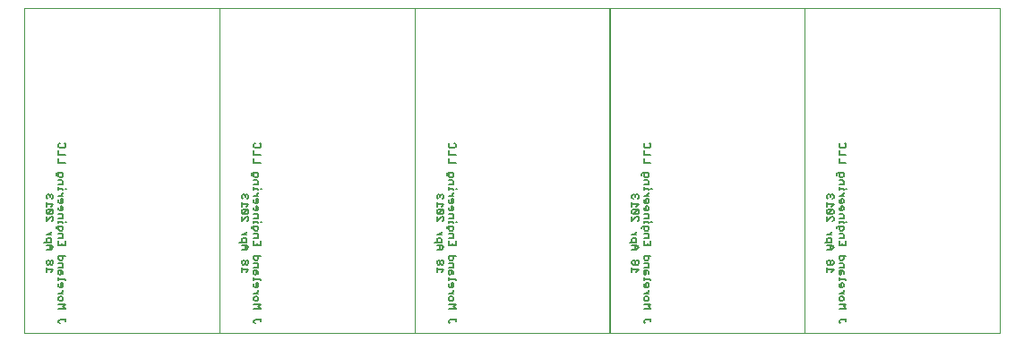
<source format=gbo>
G75*
G70*
%OFA0B0*%
%FSLAX25Y25*%
%IPPOS*%
%LPD*%
%AMOC8*
5,1,8,0,0,1.08239X$1,22.5*
%
%ADD28C,0.00500*%
%ADD43C,0.00000*%
X0010000Y0010000D02*
G75*
%LPD*%
D43*
X0010000Y0010000D02*
X0010000Y0131000D01*
X0082500Y0131000D01*
X0082500Y0010000D01*
X0010000Y0010000D01*
D28*
X0022750Y0014000D02*
X0022750Y0014410D01*
X0023170Y0014830D01*
X0025250Y0014830D01*
X0025250Y0014410D02*
X0025250Y0015250D01*
X0023170Y0013580D02*
X0022750Y0014000D01*
X0022750Y0019110D02*
X0025250Y0019110D01*
X0024420Y0019940D01*
X0025250Y0020770D01*
X0022750Y0020770D01*
X0023170Y0021870D02*
X0022750Y0022280D01*
X0022750Y0023120D01*
X0023170Y0023540D01*
X0024000Y0023540D01*
X0024420Y0023120D01*
X0024420Y0022280D01*
X0024000Y0021870D01*
X0023170Y0021870D01*
X0023580Y0024630D02*
X0024420Y0025460D01*
X0024420Y0025880D01*
X0024000Y0026930D02*
X0023170Y0026930D01*
X0022750Y0027350D01*
X0022750Y0028180D01*
X0023580Y0028600D02*
X0023580Y0026930D01*
X0024000Y0026930D02*
X0024420Y0027350D01*
X0024420Y0028180D01*
X0024000Y0028600D01*
X0023580Y0028600D01*
X0022750Y0029690D02*
X0022750Y0030530D01*
X0022750Y0030110D02*
X0025250Y0030110D01*
X0025250Y0029690D01*
X0024420Y0031950D02*
X0024420Y0032790D01*
X0024000Y0033200D01*
X0022750Y0033200D01*
X0022750Y0031950D01*
X0023170Y0031540D01*
X0023580Y0031950D01*
X0023580Y0033200D01*
X0022750Y0034300D02*
X0024420Y0034300D01*
X0024420Y0035550D01*
X0024000Y0035970D01*
X0022750Y0035970D01*
X0023170Y0037060D02*
X0024000Y0037060D01*
X0024420Y0037480D01*
X0024420Y0038730D01*
X0025250Y0038730D02*
X0022750Y0038730D01*
X0022750Y0037480D01*
X0023170Y0037060D01*
X0020750Y0036700D02*
X0020340Y0037120D01*
X0019920Y0037120D01*
X0019500Y0036700D01*
X0019500Y0035870D01*
X0019920Y0035450D01*
X0020340Y0035450D01*
X0020750Y0035870D01*
X0020750Y0036700D01*
X0019500Y0036700D02*
X0019080Y0037120D01*
X0018670Y0037120D01*
X0018250Y0036700D01*
X0018250Y0035870D01*
X0018670Y0035450D01*
X0019080Y0035450D01*
X0019500Y0035870D01*
X0018250Y0034360D02*
X0018250Y0032690D01*
X0018250Y0033520D02*
X0020750Y0033520D01*
X0019920Y0032690D01*
X0019920Y0040970D02*
X0018250Y0040970D01*
X0019500Y0040970D02*
X0019500Y0042640D01*
X0019920Y0042640D02*
X0020750Y0041810D01*
X0019920Y0040970D01*
X0019920Y0042640D02*
X0018250Y0042640D01*
X0018250Y0043740D02*
X0018250Y0044990D01*
X0018670Y0045400D01*
X0019500Y0045400D01*
X0019920Y0044990D01*
X0019920Y0043740D01*
X0017420Y0043740D01*
X0018250Y0046500D02*
X0019920Y0046500D01*
X0019920Y0047330D02*
X0019920Y0047750D01*
X0019920Y0047330D02*
X0019080Y0046500D01*
X0021920Y0048940D02*
X0021920Y0049360D01*
X0022330Y0049780D01*
X0024420Y0049780D01*
X0024420Y0048530D01*
X0024000Y0048110D01*
X0023170Y0048110D01*
X0022750Y0048530D01*
X0022750Y0049780D01*
X0022750Y0050870D02*
X0022750Y0051710D01*
X0022750Y0051290D02*
X0024420Y0051290D01*
X0024420Y0050870D01*
X0025250Y0051290D02*
X0025670Y0051290D01*
X0024420Y0052710D02*
X0024420Y0053970D01*
X0024000Y0054380D01*
X0022750Y0054380D01*
X0023170Y0055480D02*
X0024000Y0055480D01*
X0024420Y0055890D01*
X0024420Y0056730D01*
X0024000Y0057140D01*
X0023580Y0057140D01*
X0023580Y0055480D01*
X0023170Y0055480D02*
X0022750Y0055890D01*
X0022750Y0056730D01*
X0023170Y0058240D02*
X0024000Y0058240D01*
X0024420Y0058660D01*
X0024420Y0059490D01*
X0024000Y0059910D01*
X0023580Y0059910D01*
X0023580Y0058240D01*
X0023170Y0058240D02*
X0022750Y0058660D01*
X0022750Y0059490D01*
X0022750Y0061000D02*
X0024420Y0061000D01*
X0024420Y0061840D02*
X0024420Y0062250D01*
X0024420Y0061840D02*
X0023580Y0061000D01*
X0022750Y0063300D02*
X0022750Y0064140D01*
X0022750Y0063720D02*
X0024420Y0063720D01*
X0024420Y0063300D01*
X0025250Y0063720D02*
X0025670Y0063720D01*
X0024420Y0065140D02*
X0024420Y0066400D01*
X0024000Y0066810D01*
X0022750Y0066810D01*
X0023170Y0067910D02*
X0022750Y0068320D01*
X0022750Y0069580D01*
X0022330Y0069580D02*
X0024420Y0069580D01*
X0024420Y0068320D01*
X0024000Y0067910D01*
X0023170Y0067910D01*
X0021920Y0068740D02*
X0021920Y0069160D01*
X0022330Y0069580D01*
X0022750Y0073430D02*
X0022750Y0075100D01*
X0022750Y0076190D02*
X0022750Y0077860D01*
X0023170Y0078960D02*
X0022750Y0079370D01*
X0022750Y0080210D01*
X0023170Y0080620D01*
X0023170Y0078960D02*
X0024840Y0078960D01*
X0025250Y0079370D01*
X0025250Y0080210D01*
X0024840Y0080620D01*
X0025250Y0076190D02*
X0022750Y0076190D01*
X0022750Y0073430D02*
X0025250Y0073430D01*
X0024420Y0065140D02*
X0022750Y0065140D01*
X0020340Y0061520D02*
X0019920Y0061520D01*
X0019500Y0061100D01*
X0019080Y0061520D01*
X0018670Y0061520D01*
X0018250Y0061100D01*
X0018250Y0060270D01*
X0018670Y0059850D01*
X0018250Y0058760D02*
X0018250Y0057090D01*
X0018250Y0057920D02*
X0020750Y0057920D01*
X0019920Y0057090D01*
X0020340Y0055990D02*
X0018670Y0055990D01*
X0018250Y0055580D01*
X0018250Y0054740D01*
X0018670Y0054330D01*
X0020340Y0055990D01*
X0020750Y0055580D01*
X0020750Y0054740D01*
X0020340Y0054330D01*
X0018670Y0054330D01*
X0018250Y0053230D02*
X0018250Y0051560D01*
X0019920Y0053230D01*
X0020340Y0053230D01*
X0020750Y0052810D01*
X0020750Y0051980D01*
X0020340Y0051560D01*
X0022750Y0052710D02*
X0024420Y0052710D01*
X0024000Y0047020D02*
X0022750Y0047020D01*
X0024000Y0047020D02*
X0024420Y0046600D01*
X0024420Y0045350D01*
X0022750Y0045350D01*
X0022750Y0044250D02*
X0022750Y0042590D01*
X0025250Y0042590D01*
X0025250Y0044250D01*
X0024000Y0043420D02*
X0024000Y0042590D01*
X0020340Y0059850D02*
X0020750Y0060270D01*
X0020750Y0061100D01*
X0020340Y0061520D01*
X0019500Y0061100D02*
X0019500Y0060680D01*
X0022750Y0024630D02*
X0024420Y0024630D01*
X0082600Y0010000D02*
G75*
%LPD*%
D43*
X0082600Y0010000D02*
X0082600Y0131000D01*
X0155100Y0131000D01*
X0155100Y0010000D01*
X0082600Y0010000D01*
D28*
X0095350Y0014000D02*
X0095350Y0014410D01*
X0095770Y0014830D01*
X0097850Y0014830D01*
X0097850Y0014410D02*
X0097850Y0015250D01*
X0095770Y0013580D02*
X0095350Y0014000D01*
X0095350Y0019110D02*
X0097850Y0019110D01*
X0097020Y0019940D01*
X0097850Y0020770D01*
X0095350Y0020770D01*
X0095770Y0021870D02*
X0095350Y0022280D01*
X0095350Y0023120D01*
X0095770Y0023540D01*
X0096600Y0023540D01*
X0097020Y0023120D01*
X0097020Y0022280D01*
X0096600Y0021870D01*
X0095770Y0021870D01*
X0096180Y0024630D02*
X0097020Y0025460D01*
X0097020Y0025880D01*
X0096600Y0026930D02*
X0095770Y0026930D01*
X0095350Y0027350D01*
X0095350Y0028180D01*
X0096180Y0028600D02*
X0096180Y0026930D01*
X0096600Y0026930D02*
X0097020Y0027350D01*
X0097020Y0028180D01*
X0096600Y0028600D01*
X0096180Y0028600D01*
X0095350Y0029690D02*
X0095350Y0030530D01*
X0095350Y0030110D02*
X0097850Y0030110D01*
X0097850Y0029690D01*
X0097020Y0031950D02*
X0097020Y0032790D01*
X0096600Y0033200D01*
X0095350Y0033200D01*
X0095350Y0031950D01*
X0095770Y0031540D01*
X0096180Y0031950D01*
X0096180Y0033200D01*
X0095350Y0034300D02*
X0097020Y0034300D01*
X0097020Y0035550D01*
X0096600Y0035970D01*
X0095350Y0035970D01*
X0095770Y0037060D02*
X0096600Y0037060D01*
X0097020Y0037480D01*
X0097020Y0038730D01*
X0097850Y0038730D02*
X0095350Y0038730D01*
X0095350Y0037480D01*
X0095770Y0037060D01*
X0093350Y0036700D02*
X0092940Y0037120D01*
X0092520Y0037120D01*
X0092100Y0036700D01*
X0092100Y0035870D01*
X0092520Y0035450D01*
X0092940Y0035450D01*
X0093350Y0035870D01*
X0093350Y0036700D01*
X0092100Y0036700D02*
X0091680Y0037120D01*
X0091270Y0037120D01*
X0090850Y0036700D01*
X0090850Y0035870D01*
X0091270Y0035450D01*
X0091680Y0035450D01*
X0092100Y0035870D01*
X0090850Y0034360D02*
X0090850Y0032690D01*
X0090850Y0033520D02*
X0093350Y0033520D01*
X0092520Y0032690D01*
X0092520Y0040970D02*
X0090850Y0040970D01*
X0092100Y0040970D02*
X0092100Y0042640D01*
X0092520Y0042640D02*
X0093350Y0041810D01*
X0092520Y0040970D01*
X0092520Y0042640D02*
X0090850Y0042640D01*
X0090850Y0043740D02*
X0090850Y0044990D01*
X0091270Y0045400D01*
X0092100Y0045400D01*
X0092520Y0044990D01*
X0092520Y0043740D01*
X0090020Y0043740D01*
X0090850Y0046500D02*
X0092520Y0046500D01*
X0092520Y0047330D02*
X0092520Y0047750D01*
X0092520Y0047330D02*
X0091680Y0046500D01*
X0094520Y0048940D02*
X0094520Y0049360D01*
X0094930Y0049780D01*
X0097020Y0049780D01*
X0097020Y0048530D01*
X0096600Y0048110D01*
X0095770Y0048110D01*
X0095350Y0048530D01*
X0095350Y0049780D01*
X0095350Y0050870D02*
X0095350Y0051710D01*
X0095350Y0051290D02*
X0097020Y0051290D01*
X0097020Y0050870D01*
X0097850Y0051290D02*
X0098270Y0051290D01*
X0097020Y0052710D02*
X0097020Y0053970D01*
X0096600Y0054380D01*
X0095350Y0054380D01*
X0095770Y0055480D02*
X0096600Y0055480D01*
X0097020Y0055890D01*
X0097020Y0056730D01*
X0096600Y0057140D01*
X0096180Y0057140D01*
X0096180Y0055480D01*
X0095770Y0055480D02*
X0095350Y0055890D01*
X0095350Y0056730D01*
X0095770Y0058240D02*
X0096600Y0058240D01*
X0097020Y0058660D01*
X0097020Y0059490D01*
X0096600Y0059910D01*
X0096180Y0059910D01*
X0096180Y0058240D01*
X0095770Y0058240D02*
X0095350Y0058660D01*
X0095350Y0059490D01*
X0095350Y0061000D02*
X0097020Y0061000D01*
X0097020Y0061840D02*
X0097020Y0062250D01*
X0097020Y0061840D02*
X0096180Y0061000D01*
X0095350Y0063300D02*
X0095350Y0064140D01*
X0095350Y0063720D02*
X0097020Y0063720D01*
X0097020Y0063300D01*
X0097850Y0063720D02*
X0098270Y0063720D01*
X0097020Y0065140D02*
X0097020Y0066400D01*
X0096600Y0066810D01*
X0095350Y0066810D01*
X0095770Y0067910D02*
X0095350Y0068320D01*
X0095350Y0069580D01*
X0094930Y0069580D02*
X0097020Y0069580D01*
X0097020Y0068320D01*
X0096600Y0067910D01*
X0095770Y0067910D01*
X0094520Y0068740D02*
X0094520Y0069160D01*
X0094930Y0069580D01*
X0095350Y0073430D02*
X0095350Y0075100D01*
X0095350Y0076190D02*
X0095350Y0077860D01*
X0095770Y0078960D02*
X0095350Y0079370D01*
X0095350Y0080210D01*
X0095770Y0080620D01*
X0095770Y0078960D02*
X0097440Y0078960D01*
X0097850Y0079370D01*
X0097850Y0080210D01*
X0097440Y0080620D01*
X0097850Y0076190D02*
X0095350Y0076190D01*
X0095350Y0073430D02*
X0097850Y0073430D01*
X0097020Y0065140D02*
X0095350Y0065140D01*
X0092940Y0061520D02*
X0092520Y0061520D01*
X0092100Y0061100D01*
X0091680Y0061520D01*
X0091270Y0061520D01*
X0090850Y0061100D01*
X0090850Y0060270D01*
X0091270Y0059850D01*
X0090850Y0058760D02*
X0090850Y0057090D01*
X0090850Y0057920D02*
X0093350Y0057920D01*
X0092520Y0057090D01*
X0092940Y0055990D02*
X0091270Y0055990D01*
X0090850Y0055580D01*
X0090850Y0054740D01*
X0091270Y0054330D01*
X0092940Y0055990D01*
X0093350Y0055580D01*
X0093350Y0054740D01*
X0092940Y0054330D01*
X0091270Y0054330D01*
X0090850Y0053230D02*
X0090850Y0051560D01*
X0092520Y0053230D01*
X0092940Y0053230D01*
X0093350Y0052810D01*
X0093350Y0051980D01*
X0092940Y0051560D01*
X0095350Y0052710D02*
X0097020Y0052710D01*
X0096600Y0047020D02*
X0095350Y0047020D01*
X0096600Y0047020D02*
X0097020Y0046600D01*
X0097020Y0045350D01*
X0095350Y0045350D01*
X0095350Y0044250D02*
X0095350Y0042590D01*
X0097850Y0042590D01*
X0097850Y0044250D01*
X0096600Y0043420D02*
X0096600Y0042590D01*
X0092940Y0059850D02*
X0093350Y0060270D01*
X0093350Y0061100D01*
X0092940Y0061520D01*
X0092100Y0061100D02*
X0092100Y0060680D01*
X0095350Y0024630D02*
X0097020Y0024630D01*
X0155200Y0010000D02*
G75*
%LPD*%
D43*
X0155200Y0010000D02*
X0155200Y0131000D01*
X0227700Y0131000D01*
X0227700Y0010000D01*
X0155200Y0010000D01*
D28*
X0167950Y0014000D02*
X0167950Y0014410D01*
X0168370Y0014830D01*
X0170450Y0014830D01*
X0170450Y0014410D02*
X0170450Y0015250D01*
X0168370Y0013580D02*
X0167950Y0014000D01*
X0167950Y0019110D02*
X0170450Y0019110D01*
X0169620Y0019940D01*
X0170450Y0020770D01*
X0167950Y0020770D01*
X0168370Y0021870D02*
X0167950Y0022280D01*
X0167950Y0023120D01*
X0168370Y0023540D01*
X0169200Y0023540D01*
X0169620Y0023120D01*
X0169620Y0022280D01*
X0169200Y0021870D01*
X0168370Y0021870D01*
X0168780Y0024630D02*
X0169620Y0025460D01*
X0169620Y0025880D01*
X0169200Y0026930D02*
X0168370Y0026930D01*
X0167950Y0027350D01*
X0167950Y0028180D01*
X0168780Y0028600D02*
X0168780Y0026930D01*
X0169200Y0026930D02*
X0169620Y0027350D01*
X0169620Y0028180D01*
X0169200Y0028600D01*
X0168780Y0028600D01*
X0167950Y0029690D02*
X0167950Y0030530D01*
X0167950Y0030110D02*
X0170450Y0030110D01*
X0170450Y0029690D01*
X0169620Y0031950D02*
X0169620Y0032790D01*
X0169200Y0033200D01*
X0167950Y0033200D01*
X0167950Y0031950D01*
X0168370Y0031540D01*
X0168780Y0031950D01*
X0168780Y0033200D01*
X0167950Y0034300D02*
X0169620Y0034300D01*
X0169620Y0035550D01*
X0169200Y0035970D01*
X0167950Y0035970D01*
X0168370Y0037060D02*
X0169200Y0037060D01*
X0169620Y0037480D01*
X0169620Y0038730D01*
X0170450Y0038730D02*
X0167950Y0038730D01*
X0167950Y0037480D01*
X0168370Y0037060D01*
X0165950Y0036700D02*
X0165540Y0037120D01*
X0165120Y0037120D01*
X0164700Y0036700D01*
X0164700Y0035870D01*
X0165120Y0035450D01*
X0165540Y0035450D01*
X0165950Y0035870D01*
X0165950Y0036700D01*
X0164700Y0036700D02*
X0164280Y0037120D01*
X0163870Y0037120D01*
X0163450Y0036700D01*
X0163450Y0035870D01*
X0163870Y0035450D01*
X0164280Y0035450D01*
X0164700Y0035870D01*
X0163450Y0034360D02*
X0163450Y0032690D01*
X0163450Y0033520D02*
X0165950Y0033520D01*
X0165120Y0032690D01*
X0165120Y0040970D02*
X0163450Y0040970D01*
X0164700Y0040970D02*
X0164700Y0042640D01*
X0165120Y0042640D02*
X0165950Y0041810D01*
X0165120Y0040970D01*
X0165120Y0042640D02*
X0163450Y0042640D01*
X0163450Y0043740D02*
X0163450Y0044990D01*
X0163870Y0045400D01*
X0164700Y0045400D01*
X0165120Y0044990D01*
X0165120Y0043740D01*
X0162620Y0043740D01*
X0163450Y0046500D02*
X0165120Y0046500D01*
X0165120Y0047330D02*
X0165120Y0047750D01*
X0165120Y0047330D02*
X0164280Y0046500D01*
X0167120Y0048940D02*
X0167120Y0049360D01*
X0167530Y0049780D01*
X0169620Y0049780D01*
X0169620Y0048530D01*
X0169200Y0048110D01*
X0168370Y0048110D01*
X0167950Y0048530D01*
X0167950Y0049780D01*
X0167950Y0050870D02*
X0167950Y0051710D01*
X0167950Y0051290D02*
X0169620Y0051290D01*
X0169620Y0050870D01*
X0170450Y0051290D02*
X0170870Y0051290D01*
X0169620Y0052710D02*
X0169620Y0053970D01*
X0169200Y0054380D01*
X0167950Y0054380D01*
X0168370Y0055480D02*
X0169200Y0055480D01*
X0169620Y0055890D01*
X0169620Y0056730D01*
X0169200Y0057140D01*
X0168780Y0057140D01*
X0168780Y0055480D01*
X0168370Y0055480D02*
X0167950Y0055890D01*
X0167950Y0056730D01*
X0168370Y0058240D02*
X0169200Y0058240D01*
X0169620Y0058660D01*
X0169620Y0059490D01*
X0169200Y0059910D01*
X0168780Y0059910D01*
X0168780Y0058240D01*
X0168370Y0058240D02*
X0167950Y0058660D01*
X0167950Y0059490D01*
X0167950Y0061000D02*
X0169620Y0061000D01*
X0169620Y0061840D02*
X0169620Y0062250D01*
X0169620Y0061840D02*
X0168780Y0061000D01*
X0167950Y0063300D02*
X0167950Y0064140D01*
X0167950Y0063720D02*
X0169620Y0063720D01*
X0169620Y0063300D01*
X0170450Y0063720D02*
X0170870Y0063720D01*
X0169620Y0065140D02*
X0169620Y0066400D01*
X0169200Y0066810D01*
X0167950Y0066810D01*
X0168370Y0067910D02*
X0167950Y0068320D01*
X0167950Y0069580D01*
X0167530Y0069580D02*
X0169620Y0069580D01*
X0169620Y0068320D01*
X0169200Y0067910D01*
X0168370Y0067910D01*
X0167120Y0068740D02*
X0167120Y0069160D01*
X0167530Y0069580D01*
X0167950Y0073430D02*
X0167950Y0075100D01*
X0167950Y0076190D02*
X0167950Y0077860D01*
X0168370Y0078960D02*
X0167950Y0079370D01*
X0167950Y0080210D01*
X0168370Y0080620D01*
X0168370Y0078960D02*
X0170040Y0078960D01*
X0170450Y0079370D01*
X0170450Y0080210D01*
X0170040Y0080620D01*
X0170450Y0076190D02*
X0167950Y0076190D01*
X0167950Y0073430D02*
X0170450Y0073430D01*
X0169620Y0065140D02*
X0167950Y0065140D01*
X0165540Y0061520D02*
X0165120Y0061520D01*
X0164700Y0061100D01*
X0164280Y0061520D01*
X0163870Y0061520D01*
X0163450Y0061100D01*
X0163450Y0060270D01*
X0163870Y0059850D01*
X0163450Y0058760D02*
X0163450Y0057090D01*
X0163450Y0057920D02*
X0165950Y0057920D01*
X0165120Y0057090D01*
X0165540Y0055990D02*
X0163870Y0055990D01*
X0163450Y0055580D01*
X0163450Y0054740D01*
X0163870Y0054330D01*
X0165540Y0055990D01*
X0165950Y0055580D01*
X0165950Y0054740D01*
X0165540Y0054330D01*
X0163870Y0054330D01*
X0163450Y0053230D02*
X0163450Y0051560D01*
X0165120Y0053230D01*
X0165540Y0053230D01*
X0165950Y0052810D01*
X0165950Y0051980D01*
X0165540Y0051560D01*
X0167950Y0052710D02*
X0169620Y0052710D01*
X0169200Y0047020D02*
X0167950Y0047020D01*
X0169200Y0047020D02*
X0169620Y0046600D01*
X0169620Y0045350D01*
X0167950Y0045350D01*
X0167950Y0044250D02*
X0167950Y0042590D01*
X0170450Y0042590D01*
X0170450Y0044250D01*
X0169200Y0043420D02*
X0169200Y0042590D01*
X0165540Y0059850D02*
X0165950Y0060270D01*
X0165950Y0061100D01*
X0165540Y0061520D01*
X0164700Y0061100D02*
X0164700Y0060680D01*
X0167950Y0024630D02*
X0169620Y0024630D01*
X0227800Y0010000D02*
G75*
%LPD*%
D43*
X0227800Y0010000D02*
X0227800Y0131000D01*
X0300300Y0131000D01*
X0300300Y0010000D01*
X0227800Y0010000D01*
D28*
X0240550Y0014000D02*
X0240550Y0014410D01*
X0240970Y0014830D01*
X0243050Y0014830D01*
X0243050Y0014410D02*
X0243050Y0015250D01*
X0240970Y0013580D02*
X0240550Y0014000D01*
X0240550Y0019110D02*
X0243050Y0019110D01*
X0242220Y0019940D01*
X0243050Y0020770D01*
X0240550Y0020770D01*
X0240970Y0021870D02*
X0240550Y0022280D01*
X0240550Y0023120D01*
X0240970Y0023540D01*
X0241800Y0023540D01*
X0242220Y0023120D01*
X0242220Y0022280D01*
X0241800Y0021870D01*
X0240970Y0021870D01*
X0241380Y0024630D02*
X0242220Y0025460D01*
X0242220Y0025880D01*
X0241800Y0026930D02*
X0240970Y0026930D01*
X0240550Y0027350D01*
X0240550Y0028180D01*
X0241380Y0028600D02*
X0241380Y0026930D01*
X0241800Y0026930D02*
X0242220Y0027350D01*
X0242220Y0028180D01*
X0241800Y0028600D01*
X0241380Y0028600D01*
X0240550Y0029690D02*
X0240550Y0030530D01*
X0240550Y0030110D02*
X0243050Y0030110D01*
X0243050Y0029690D01*
X0242220Y0031950D02*
X0242220Y0032790D01*
X0241800Y0033200D01*
X0240550Y0033200D01*
X0240550Y0031950D01*
X0240970Y0031540D01*
X0241380Y0031950D01*
X0241380Y0033200D01*
X0240550Y0034300D02*
X0242220Y0034300D01*
X0242220Y0035550D01*
X0241800Y0035970D01*
X0240550Y0035970D01*
X0240970Y0037060D02*
X0241800Y0037060D01*
X0242220Y0037480D01*
X0242220Y0038730D01*
X0243050Y0038730D02*
X0240550Y0038730D01*
X0240550Y0037480D01*
X0240970Y0037060D01*
X0238550Y0036700D02*
X0238140Y0037120D01*
X0237720Y0037120D01*
X0237300Y0036700D01*
X0237300Y0035870D01*
X0237720Y0035450D01*
X0238140Y0035450D01*
X0238550Y0035870D01*
X0238550Y0036700D01*
X0237300Y0036700D02*
X0236880Y0037120D01*
X0236470Y0037120D01*
X0236050Y0036700D01*
X0236050Y0035870D01*
X0236470Y0035450D01*
X0236880Y0035450D01*
X0237300Y0035870D01*
X0236050Y0034360D02*
X0236050Y0032690D01*
X0236050Y0033520D02*
X0238550Y0033520D01*
X0237720Y0032690D01*
X0237720Y0040970D02*
X0236050Y0040970D01*
X0237300Y0040970D02*
X0237300Y0042640D01*
X0237720Y0042640D02*
X0238550Y0041810D01*
X0237720Y0040970D01*
X0237720Y0042640D02*
X0236050Y0042640D01*
X0236050Y0043740D02*
X0236050Y0044990D01*
X0236470Y0045400D01*
X0237300Y0045400D01*
X0237720Y0044990D01*
X0237720Y0043740D01*
X0235220Y0043740D01*
X0236050Y0046500D02*
X0237720Y0046500D01*
X0237720Y0047330D02*
X0237720Y0047750D01*
X0237720Y0047330D02*
X0236880Y0046500D01*
X0239720Y0048940D02*
X0239720Y0049360D01*
X0240130Y0049780D01*
X0242220Y0049780D01*
X0242220Y0048530D01*
X0241800Y0048110D01*
X0240970Y0048110D01*
X0240550Y0048530D01*
X0240550Y0049780D01*
X0240550Y0050870D02*
X0240550Y0051710D01*
X0240550Y0051290D02*
X0242220Y0051290D01*
X0242220Y0050870D01*
X0243050Y0051290D02*
X0243470Y0051290D01*
X0242220Y0052710D02*
X0242220Y0053970D01*
X0241800Y0054380D01*
X0240550Y0054380D01*
X0240970Y0055480D02*
X0241800Y0055480D01*
X0242220Y0055890D01*
X0242220Y0056730D01*
X0241800Y0057140D01*
X0241380Y0057140D01*
X0241380Y0055480D01*
X0240970Y0055480D02*
X0240550Y0055890D01*
X0240550Y0056730D01*
X0240970Y0058240D02*
X0241800Y0058240D01*
X0242220Y0058660D01*
X0242220Y0059490D01*
X0241800Y0059910D01*
X0241380Y0059910D01*
X0241380Y0058240D01*
X0240970Y0058240D02*
X0240550Y0058660D01*
X0240550Y0059490D01*
X0240550Y0061000D02*
X0242220Y0061000D01*
X0242220Y0061840D02*
X0242220Y0062250D01*
X0242220Y0061840D02*
X0241380Y0061000D01*
X0240550Y0063300D02*
X0240550Y0064140D01*
X0240550Y0063720D02*
X0242220Y0063720D01*
X0242220Y0063300D01*
X0243050Y0063720D02*
X0243470Y0063720D01*
X0242220Y0065140D02*
X0242220Y0066400D01*
X0241800Y0066810D01*
X0240550Y0066810D01*
X0240970Y0067910D02*
X0240550Y0068320D01*
X0240550Y0069580D01*
X0240130Y0069580D02*
X0242220Y0069580D01*
X0242220Y0068320D01*
X0241800Y0067910D01*
X0240970Y0067910D01*
X0239720Y0068740D02*
X0239720Y0069160D01*
X0240130Y0069580D01*
X0240550Y0073430D02*
X0240550Y0075100D01*
X0240550Y0076190D02*
X0240550Y0077860D01*
X0240970Y0078960D02*
X0240550Y0079370D01*
X0240550Y0080210D01*
X0240970Y0080620D01*
X0240970Y0078960D02*
X0242640Y0078960D01*
X0243050Y0079370D01*
X0243050Y0080210D01*
X0242640Y0080620D01*
X0243050Y0076190D02*
X0240550Y0076190D01*
X0240550Y0073430D02*
X0243050Y0073430D01*
X0242220Y0065140D02*
X0240550Y0065140D01*
X0238140Y0061520D02*
X0237720Y0061520D01*
X0237300Y0061100D01*
X0236880Y0061520D01*
X0236470Y0061520D01*
X0236050Y0061100D01*
X0236050Y0060270D01*
X0236470Y0059850D01*
X0236050Y0058760D02*
X0236050Y0057090D01*
X0236050Y0057920D02*
X0238550Y0057920D01*
X0237720Y0057090D01*
X0238140Y0055990D02*
X0236470Y0055990D01*
X0236050Y0055580D01*
X0236050Y0054740D01*
X0236470Y0054330D01*
X0238140Y0055990D01*
X0238550Y0055580D01*
X0238550Y0054740D01*
X0238140Y0054330D01*
X0236470Y0054330D01*
X0236050Y0053230D02*
X0236050Y0051560D01*
X0237720Y0053230D01*
X0238140Y0053230D01*
X0238550Y0052810D01*
X0238550Y0051980D01*
X0238140Y0051560D01*
X0240550Y0052710D02*
X0242220Y0052710D01*
X0241800Y0047020D02*
X0240550Y0047020D01*
X0241800Y0047020D02*
X0242220Y0046600D01*
X0242220Y0045350D01*
X0240550Y0045350D01*
X0240550Y0044250D02*
X0240550Y0042590D01*
X0243050Y0042590D01*
X0243050Y0044250D01*
X0241800Y0043420D02*
X0241800Y0042590D01*
X0238140Y0059850D02*
X0238550Y0060270D01*
X0238550Y0061100D01*
X0238140Y0061520D01*
X0237300Y0061100D02*
X0237300Y0060680D01*
X0240550Y0024630D02*
X0242220Y0024630D01*
X0300400Y0010000D02*
G75*
%LPD*%
D43*
X0300400Y0010000D02*
X0300400Y0131000D01*
X0372900Y0131000D01*
X0372900Y0010000D01*
X0300400Y0010000D01*
D28*
X0313150Y0014000D02*
X0313150Y0014410D01*
X0313570Y0014830D01*
X0315650Y0014830D01*
X0315650Y0014410D02*
X0315650Y0015250D01*
X0313570Y0013580D02*
X0313150Y0014000D01*
X0313150Y0019110D02*
X0315650Y0019110D01*
X0314820Y0019940D01*
X0315650Y0020770D01*
X0313150Y0020770D01*
X0313570Y0021870D02*
X0313150Y0022280D01*
X0313150Y0023120D01*
X0313570Y0023540D01*
X0314400Y0023540D01*
X0314820Y0023120D01*
X0314820Y0022280D01*
X0314400Y0021870D01*
X0313570Y0021870D01*
X0313980Y0024630D02*
X0314820Y0025460D01*
X0314820Y0025880D01*
X0314400Y0026930D02*
X0313570Y0026930D01*
X0313150Y0027350D01*
X0313150Y0028180D01*
X0313980Y0028600D02*
X0313980Y0026930D01*
X0314400Y0026930D02*
X0314820Y0027350D01*
X0314820Y0028180D01*
X0314400Y0028600D01*
X0313980Y0028600D01*
X0313150Y0029690D02*
X0313150Y0030530D01*
X0313150Y0030110D02*
X0315650Y0030110D01*
X0315650Y0029690D01*
X0314820Y0031950D02*
X0314820Y0032790D01*
X0314400Y0033200D01*
X0313150Y0033200D01*
X0313150Y0031950D01*
X0313570Y0031540D01*
X0313980Y0031950D01*
X0313980Y0033200D01*
X0313150Y0034300D02*
X0314820Y0034300D01*
X0314820Y0035550D01*
X0314400Y0035970D01*
X0313150Y0035970D01*
X0313570Y0037060D02*
X0314400Y0037060D01*
X0314820Y0037480D01*
X0314820Y0038730D01*
X0315650Y0038730D02*
X0313150Y0038730D01*
X0313150Y0037480D01*
X0313570Y0037060D01*
X0311150Y0036700D02*
X0310740Y0037120D01*
X0310320Y0037120D01*
X0309900Y0036700D01*
X0309900Y0035870D01*
X0310320Y0035450D01*
X0310740Y0035450D01*
X0311150Y0035870D01*
X0311150Y0036700D01*
X0309900Y0036700D02*
X0309480Y0037120D01*
X0309070Y0037120D01*
X0308650Y0036700D01*
X0308650Y0035870D01*
X0309070Y0035450D01*
X0309480Y0035450D01*
X0309900Y0035870D01*
X0308650Y0034360D02*
X0308650Y0032690D01*
X0308650Y0033520D02*
X0311150Y0033520D01*
X0310320Y0032690D01*
X0310320Y0040970D02*
X0308650Y0040970D01*
X0309900Y0040970D02*
X0309900Y0042640D01*
X0310320Y0042640D02*
X0311150Y0041810D01*
X0310320Y0040970D01*
X0310320Y0042640D02*
X0308650Y0042640D01*
X0308650Y0043740D02*
X0308650Y0044990D01*
X0309070Y0045400D01*
X0309900Y0045400D01*
X0310320Y0044990D01*
X0310320Y0043740D01*
X0307820Y0043740D01*
X0308650Y0046500D02*
X0310320Y0046500D01*
X0310320Y0047330D02*
X0310320Y0047750D01*
X0310320Y0047330D02*
X0309480Y0046500D01*
X0312320Y0048940D02*
X0312320Y0049360D01*
X0312730Y0049780D01*
X0314820Y0049780D01*
X0314820Y0048530D01*
X0314400Y0048110D01*
X0313570Y0048110D01*
X0313150Y0048530D01*
X0313150Y0049780D01*
X0313150Y0050870D02*
X0313150Y0051710D01*
X0313150Y0051290D02*
X0314820Y0051290D01*
X0314820Y0050870D01*
X0315650Y0051290D02*
X0316070Y0051290D01*
X0314820Y0052710D02*
X0314820Y0053970D01*
X0314400Y0054380D01*
X0313150Y0054380D01*
X0313570Y0055480D02*
X0314400Y0055480D01*
X0314820Y0055890D01*
X0314820Y0056730D01*
X0314400Y0057140D01*
X0313980Y0057140D01*
X0313980Y0055480D01*
X0313570Y0055480D02*
X0313150Y0055890D01*
X0313150Y0056730D01*
X0313570Y0058240D02*
X0314400Y0058240D01*
X0314820Y0058660D01*
X0314820Y0059490D01*
X0314400Y0059910D01*
X0313980Y0059910D01*
X0313980Y0058240D01*
X0313570Y0058240D02*
X0313150Y0058660D01*
X0313150Y0059490D01*
X0313150Y0061000D02*
X0314820Y0061000D01*
X0314820Y0061840D02*
X0314820Y0062250D01*
X0314820Y0061840D02*
X0313980Y0061000D01*
X0313150Y0063300D02*
X0313150Y0064140D01*
X0313150Y0063720D02*
X0314820Y0063720D01*
X0314820Y0063300D01*
X0315650Y0063720D02*
X0316070Y0063720D01*
X0314820Y0065140D02*
X0314820Y0066400D01*
X0314400Y0066810D01*
X0313150Y0066810D01*
X0313570Y0067910D02*
X0313150Y0068320D01*
X0313150Y0069580D01*
X0312730Y0069580D02*
X0314820Y0069580D01*
X0314820Y0068320D01*
X0314400Y0067910D01*
X0313570Y0067910D01*
X0312320Y0068740D02*
X0312320Y0069160D01*
X0312730Y0069580D01*
X0313150Y0073430D02*
X0313150Y0075100D01*
X0313150Y0076190D02*
X0313150Y0077860D01*
X0313570Y0078960D02*
X0313150Y0079370D01*
X0313150Y0080210D01*
X0313570Y0080620D01*
X0313570Y0078960D02*
X0315240Y0078960D01*
X0315650Y0079370D01*
X0315650Y0080210D01*
X0315240Y0080620D01*
X0315650Y0076190D02*
X0313150Y0076190D01*
X0313150Y0073430D02*
X0315650Y0073430D01*
X0314820Y0065140D02*
X0313150Y0065140D01*
X0310740Y0061520D02*
X0310320Y0061520D01*
X0309900Y0061100D01*
X0309480Y0061520D01*
X0309070Y0061520D01*
X0308650Y0061100D01*
X0308650Y0060270D01*
X0309070Y0059850D01*
X0308650Y0058760D02*
X0308650Y0057090D01*
X0308650Y0057920D02*
X0311150Y0057920D01*
X0310320Y0057090D01*
X0310740Y0055990D02*
X0309070Y0055990D01*
X0308650Y0055580D01*
X0308650Y0054740D01*
X0309070Y0054330D01*
X0310740Y0055990D01*
X0311150Y0055580D01*
X0311150Y0054740D01*
X0310740Y0054330D01*
X0309070Y0054330D01*
X0308650Y0053230D02*
X0308650Y0051560D01*
X0310320Y0053230D01*
X0310740Y0053230D01*
X0311150Y0052810D01*
X0311150Y0051980D01*
X0310740Y0051560D01*
X0313150Y0052710D02*
X0314820Y0052710D01*
X0314400Y0047020D02*
X0313150Y0047020D01*
X0314400Y0047020D02*
X0314820Y0046600D01*
X0314820Y0045350D01*
X0313150Y0045350D01*
X0313150Y0044250D02*
X0313150Y0042590D01*
X0315650Y0042590D01*
X0315650Y0044250D01*
X0314400Y0043420D02*
X0314400Y0042590D01*
X0310740Y0059850D02*
X0311150Y0060270D01*
X0311150Y0061100D01*
X0310740Y0061520D01*
X0309900Y0061100D02*
X0309900Y0060680D01*
X0313150Y0024630D02*
X0314820Y0024630D01*
M02*

</source>
